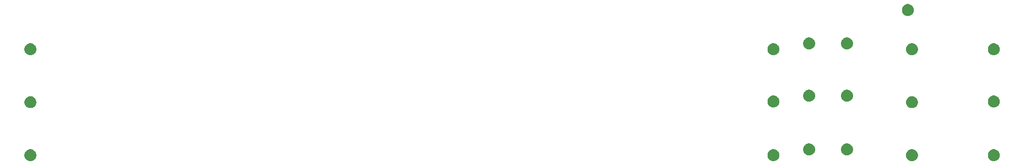
<source format=gbs>
G04 Layer: BottomSolderMaskLayer*
G04 EasyEDA v6.5.34, 2023-08-21 18:11:39*
G04 69f12b32e1f2471e8f8ee6d1f76a66ce,5a6b42c53f6a479593ecc07194224c93,10*
G04 Gerber Generator version 0.2*
G04 Scale: 100 percent, Rotated: No, Reflected: No *
G04 Dimensions in millimeters *
G04 leading zeros omitted , absolute positions ,4 integer and 5 decimal *
%FSLAX45Y45*%
%MOMM*%

%ADD10C,0.0001*%

%LPD*%
G36*
X39428674Y8117941D02*
G01*
X39419479Y8117331D01*
X39410386Y8115909D01*
X39401394Y8113674D01*
X39397025Y8112302D01*
X39388440Y8108899D01*
X39380160Y8104784D01*
X39372336Y8099907D01*
X39364920Y8094421D01*
X39358062Y8088274D01*
X39351762Y8081518D01*
X39346073Y8074253D01*
X39341044Y8066481D01*
X39336726Y8058353D01*
X39333170Y8049869D01*
X39331646Y8045500D01*
X39329258Y8036559D01*
X39327632Y8027517D01*
X39326820Y8018322D01*
X39326820Y8009077D01*
X39327632Y7999882D01*
X39329258Y7990840D01*
X39331646Y7981899D01*
X39334846Y7973263D01*
X39338808Y7964931D01*
X39343482Y7956956D01*
X39348867Y7949438D01*
X39354861Y7942427D01*
X39361414Y7935975D01*
X39368577Y7930134D01*
X39376197Y7924952D01*
X39384274Y7920481D01*
X39392707Y7916722D01*
X39397025Y7915097D01*
X39405864Y7912506D01*
X39414907Y7910677D01*
X39424051Y7909661D01*
X39433296Y7909458D01*
X39442491Y7910068D01*
X39451635Y7911490D01*
X39460576Y7913725D01*
X39469314Y7916722D01*
X39477696Y7920481D01*
X39485773Y7924952D01*
X39493393Y7930134D01*
X39500556Y7935975D01*
X39507109Y7942427D01*
X39513154Y7949438D01*
X39518488Y7956956D01*
X39523162Y7964931D01*
X39527124Y7973263D01*
X39530324Y7981899D01*
X39532712Y7990840D01*
X39534338Y7999882D01*
X39535150Y8009077D01*
X39535150Y8018322D01*
X39534338Y8027517D01*
X39532712Y8036559D01*
X39530324Y8045500D01*
X39527124Y8054136D01*
X39523162Y8062468D01*
X39518488Y8070443D01*
X39513154Y8077962D01*
X39507109Y8084972D01*
X39500556Y8091424D01*
X39493393Y8097266D01*
X39485773Y8102447D01*
X39477696Y8106918D01*
X39469314Y8110677D01*
X39460576Y8113674D01*
X39451635Y8115909D01*
X39442491Y8117331D01*
X39433296Y8117941D01*
G37*
G36*
X37706401Y5679541D02*
G01*
X37697156Y5678932D01*
X37688062Y5677509D01*
X37679122Y5675274D01*
X37674702Y5673902D01*
X37666117Y5670499D01*
X37657887Y5666384D01*
X37650013Y5661507D01*
X37642647Y5656021D01*
X37635789Y5649874D01*
X37629490Y5643118D01*
X37623800Y5635853D01*
X37618771Y5628081D01*
X37614453Y5619953D01*
X37610897Y5611469D01*
X37608052Y5602681D01*
X37606020Y5593638D01*
X37604801Y5584494D01*
X37604395Y5575300D01*
X37604801Y5566105D01*
X37606020Y5556961D01*
X37608052Y5547918D01*
X37610897Y5539130D01*
X37614453Y5530646D01*
X37618771Y5522518D01*
X37623800Y5514746D01*
X37629490Y5507482D01*
X37635789Y5500725D01*
X37642647Y5494578D01*
X37650013Y5489092D01*
X37657887Y5484215D01*
X37666117Y5480100D01*
X37674702Y5476697D01*
X37683541Y5474106D01*
X37692584Y5472277D01*
X37701778Y5471261D01*
X37710973Y5471058D01*
X37720219Y5471668D01*
X37729312Y5473090D01*
X37738253Y5475325D01*
X37742672Y5476697D01*
X37751258Y5480100D01*
X37759487Y5484215D01*
X37767361Y5489092D01*
X37774727Y5494578D01*
X37781585Y5500725D01*
X37787935Y5507482D01*
X37793574Y5514746D01*
X37798603Y5522518D01*
X37802921Y5530646D01*
X37806528Y5539130D01*
X37809322Y5547918D01*
X37811354Y5556961D01*
X37812573Y5566105D01*
X37812980Y5575300D01*
X37812573Y5584494D01*
X37811354Y5593638D01*
X37809322Y5602681D01*
X37806528Y5611469D01*
X37802921Y5619953D01*
X37798603Y5628081D01*
X37793574Y5635853D01*
X37787935Y5643118D01*
X37781585Y5649874D01*
X37774727Y5656021D01*
X37767361Y5661507D01*
X37759487Y5666384D01*
X37751258Y5670499D01*
X37742672Y5673902D01*
X37733833Y5676493D01*
X37724791Y5678322D01*
X37715596Y5679338D01*
G37*
G36*
X37706401Y6619341D02*
G01*
X37697156Y6618731D01*
X37688062Y6617309D01*
X37679122Y6615074D01*
X37674702Y6613702D01*
X37666117Y6610299D01*
X37657887Y6606184D01*
X37650013Y6601307D01*
X37642647Y6595821D01*
X37635789Y6589674D01*
X37629490Y6582918D01*
X37623800Y6575653D01*
X37618771Y6567881D01*
X37614453Y6559753D01*
X37610897Y6551269D01*
X37608052Y6542481D01*
X37606020Y6533438D01*
X37604801Y6524294D01*
X37604395Y6515100D01*
X37604801Y6505905D01*
X37606020Y6496761D01*
X37608052Y6487718D01*
X37610897Y6478930D01*
X37614453Y6470446D01*
X37618771Y6462318D01*
X37623800Y6454546D01*
X37629490Y6447282D01*
X37635789Y6440525D01*
X37642647Y6434378D01*
X37650013Y6428892D01*
X37657887Y6424015D01*
X37666117Y6419900D01*
X37674702Y6416497D01*
X37683541Y6413906D01*
X37692584Y6412077D01*
X37701778Y6411061D01*
X37710973Y6410858D01*
X37720219Y6411468D01*
X37729312Y6412890D01*
X37738253Y6415125D01*
X37742672Y6416497D01*
X37751258Y6419900D01*
X37759487Y6424015D01*
X37767361Y6428892D01*
X37774727Y6434378D01*
X37781585Y6440525D01*
X37787935Y6447282D01*
X37793574Y6454546D01*
X37798603Y6462318D01*
X37802921Y6470446D01*
X37806528Y6478930D01*
X37809322Y6487718D01*
X37811354Y6496761D01*
X37812573Y6505905D01*
X37812980Y6515100D01*
X37812573Y6524294D01*
X37811354Y6533438D01*
X37809322Y6542481D01*
X37806528Y6551269D01*
X37802921Y6559753D01*
X37798603Y6567881D01*
X37793574Y6575653D01*
X37787935Y6582918D01*
X37781585Y6589674D01*
X37774727Y6595821D01*
X37767361Y6601307D01*
X37759487Y6606184D01*
X37751258Y6610299D01*
X37742672Y6613702D01*
X37733833Y6616293D01*
X37724791Y6618122D01*
X37715596Y6619138D01*
G37*
G36*
X37706401Y7533741D02*
G01*
X37697156Y7533131D01*
X37688062Y7531709D01*
X37679122Y7529474D01*
X37674702Y7528102D01*
X37666117Y7524699D01*
X37657887Y7520584D01*
X37650013Y7515707D01*
X37642647Y7510221D01*
X37635789Y7504074D01*
X37629490Y7497318D01*
X37623800Y7490053D01*
X37618771Y7482281D01*
X37614453Y7474153D01*
X37610897Y7465669D01*
X37608052Y7456881D01*
X37606020Y7447838D01*
X37604801Y7438694D01*
X37604395Y7429500D01*
X37604801Y7420305D01*
X37606020Y7411161D01*
X37608052Y7402118D01*
X37610897Y7393330D01*
X37614453Y7384846D01*
X37618771Y7376718D01*
X37623800Y7368946D01*
X37629490Y7361681D01*
X37635789Y7354925D01*
X37642647Y7348778D01*
X37650013Y7343292D01*
X37657887Y7338415D01*
X37666117Y7334300D01*
X37674702Y7330897D01*
X37683541Y7328306D01*
X37692584Y7326477D01*
X37701778Y7325461D01*
X37710973Y7325258D01*
X37720219Y7325868D01*
X37729312Y7327290D01*
X37738253Y7329525D01*
X37742672Y7330897D01*
X37751258Y7334300D01*
X37759487Y7338415D01*
X37767361Y7343292D01*
X37774727Y7348778D01*
X37781585Y7354925D01*
X37787935Y7361681D01*
X37793574Y7368946D01*
X37798603Y7376718D01*
X37802921Y7384846D01*
X37806528Y7393330D01*
X37809322Y7402118D01*
X37811354Y7411161D01*
X37812573Y7420305D01*
X37812980Y7429500D01*
X37812573Y7438694D01*
X37811354Y7447838D01*
X37809322Y7456881D01*
X37806528Y7465669D01*
X37802921Y7474153D01*
X37798603Y7482281D01*
X37793574Y7490053D01*
X37787935Y7497318D01*
X37781585Y7504074D01*
X37774727Y7510221D01*
X37767361Y7515707D01*
X37759487Y7520584D01*
X37751258Y7524699D01*
X37742672Y7528102D01*
X37733833Y7530693D01*
X37724791Y7532522D01*
X37715596Y7533538D01*
G37*
G36*
X38366801Y5679541D02*
G01*
X38357556Y5678932D01*
X38348462Y5677509D01*
X38339522Y5675274D01*
X38335102Y5673902D01*
X38326517Y5670499D01*
X38318287Y5666384D01*
X38310413Y5661507D01*
X38303047Y5656021D01*
X38296189Y5649874D01*
X38289890Y5643118D01*
X38284200Y5635853D01*
X38279171Y5628081D01*
X38274853Y5619953D01*
X38271297Y5611469D01*
X38268452Y5602681D01*
X38266420Y5593638D01*
X38265201Y5584494D01*
X38264795Y5575300D01*
X38265201Y5566105D01*
X38266420Y5556961D01*
X38268452Y5547918D01*
X38271297Y5539130D01*
X38274853Y5530646D01*
X38279171Y5522518D01*
X38284200Y5514746D01*
X38289890Y5507482D01*
X38296189Y5500725D01*
X38303047Y5494578D01*
X38310413Y5489092D01*
X38318287Y5484215D01*
X38326517Y5480100D01*
X38335102Y5476697D01*
X38343941Y5474106D01*
X38352984Y5472277D01*
X38362178Y5471261D01*
X38371373Y5471058D01*
X38380619Y5471668D01*
X38389712Y5473090D01*
X38398653Y5475325D01*
X38403072Y5476697D01*
X38411658Y5480100D01*
X38419887Y5484215D01*
X38427761Y5489092D01*
X38435127Y5494578D01*
X38441985Y5500725D01*
X38448335Y5507482D01*
X38453974Y5514746D01*
X38459003Y5522518D01*
X38463321Y5530646D01*
X38466928Y5539130D01*
X38469722Y5547918D01*
X38471754Y5556961D01*
X38472973Y5566105D01*
X38473380Y5575300D01*
X38472973Y5584494D01*
X38471754Y5593638D01*
X38469722Y5602681D01*
X38466928Y5611469D01*
X38463321Y5619953D01*
X38459003Y5628081D01*
X38453974Y5635853D01*
X38448335Y5643118D01*
X38441985Y5649874D01*
X38435127Y5656021D01*
X38427761Y5661507D01*
X38419887Y5666384D01*
X38411658Y5670499D01*
X38403072Y5673902D01*
X38394233Y5676493D01*
X38385191Y5678322D01*
X38375996Y5679338D01*
G37*
G36*
X38366801Y6619341D02*
G01*
X38357556Y6618731D01*
X38348462Y6617309D01*
X38339522Y6615074D01*
X38335102Y6613702D01*
X38326517Y6610299D01*
X38318287Y6606184D01*
X38310413Y6601307D01*
X38303047Y6595821D01*
X38296189Y6589674D01*
X38289890Y6582918D01*
X38284200Y6575653D01*
X38279171Y6567881D01*
X38274853Y6559753D01*
X38271297Y6551269D01*
X38268452Y6542481D01*
X38266420Y6533438D01*
X38265201Y6524294D01*
X38264795Y6515100D01*
X38265201Y6505905D01*
X38266420Y6496761D01*
X38268452Y6487718D01*
X38271297Y6478930D01*
X38274853Y6470446D01*
X38279171Y6462318D01*
X38284200Y6454546D01*
X38289890Y6447282D01*
X38296189Y6440525D01*
X38303047Y6434378D01*
X38310413Y6428892D01*
X38318287Y6424015D01*
X38326517Y6419900D01*
X38335102Y6416497D01*
X38343941Y6413906D01*
X38352984Y6412077D01*
X38362178Y6411061D01*
X38371373Y6410858D01*
X38380619Y6411468D01*
X38389712Y6412890D01*
X38398653Y6415125D01*
X38403072Y6416497D01*
X38411658Y6419900D01*
X38419887Y6424015D01*
X38427761Y6428892D01*
X38435127Y6434378D01*
X38441985Y6440525D01*
X38448335Y6447282D01*
X38453974Y6454546D01*
X38459003Y6462318D01*
X38463321Y6470446D01*
X38466928Y6478930D01*
X38469722Y6487718D01*
X38471754Y6496761D01*
X38472973Y6505905D01*
X38473380Y6515100D01*
X38472973Y6524294D01*
X38471754Y6533438D01*
X38469722Y6542481D01*
X38466928Y6551269D01*
X38463321Y6559753D01*
X38459003Y6567881D01*
X38453974Y6575653D01*
X38448335Y6582918D01*
X38441985Y6589674D01*
X38435127Y6595821D01*
X38427761Y6601307D01*
X38419887Y6606184D01*
X38411658Y6610299D01*
X38403072Y6613702D01*
X38394233Y6616293D01*
X38385191Y6618122D01*
X38375996Y6619138D01*
G37*
G36*
X38366801Y7533741D02*
G01*
X38357556Y7533131D01*
X38348462Y7531709D01*
X38339522Y7529474D01*
X38335102Y7528102D01*
X38326517Y7524699D01*
X38318287Y7520584D01*
X38310413Y7515707D01*
X38303047Y7510221D01*
X38296189Y7504074D01*
X38289890Y7497318D01*
X38284200Y7490053D01*
X38279171Y7482281D01*
X38274853Y7474153D01*
X38271297Y7465669D01*
X38268452Y7456881D01*
X38266420Y7447838D01*
X38265201Y7438694D01*
X38264795Y7429500D01*
X38265201Y7420305D01*
X38266420Y7411161D01*
X38268452Y7402118D01*
X38271297Y7393330D01*
X38274853Y7384846D01*
X38279171Y7376718D01*
X38284200Y7368946D01*
X38289890Y7361681D01*
X38296189Y7354925D01*
X38303047Y7348778D01*
X38310413Y7343292D01*
X38318287Y7338415D01*
X38326517Y7334300D01*
X38335102Y7330897D01*
X38343941Y7328306D01*
X38352984Y7326477D01*
X38362178Y7325461D01*
X38371373Y7325258D01*
X38380619Y7325868D01*
X38389712Y7327290D01*
X38398653Y7329525D01*
X38403072Y7330897D01*
X38411658Y7334300D01*
X38419887Y7338415D01*
X38427761Y7343292D01*
X38435127Y7348778D01*
X38441985Y7354925D01*
X38448335Y7361681D01*
X38453974Y7368946D01*
X38459003Y7376718D01*
X38463321Y7384846D01*
X38466928Y7393330D01*
X38469722Y7402118D01*
X38471754Y7411161D01*
X38472973Y7420305D01*
X38473380Y7429500D01*
X38472973Y7438694D01*
X38471754Y7447838D01*
X38469722Y7456881D01*
X38466928Y7465669D01*
X38463321Y7474153D01*
X38459003Y7482281D01*
X38453974Y7490053D01*
X38448335Y7497318D01*
X38441985Y7504074D01*
X38435127Y7510221D01*
X38427761Y7515707D01*
X38419887Y7520584D01*
X38411658Y7524699D01*
X38403072Y7528102D01*
X38394233Y7530693D01*
X38385191Y7532522D01*
X38375996Y7533538D01*
G37*
G36*
X24127206Y6505041D02*
G01*
X24117960Y6504431D01*
X24108867Y6503009D01*
X24099926Y6500774D01*
X24095506Y6499402D01*
X24086921Y6495999D01*
X24078692Y6491884D01*
X24070818Y6487007D01*
X24063452Y6481521D01*
X24056594Y6475374D01*
X24050294Y6468618D01*
X24044605Y6461353D01*
X24039576Y6453581D01*
X24035258Y6445453D01*
X24031702Y6436969D01*
X24028857Y6428181D01*
X24026825Y6419138D01*
X24025606Y6409994D01*
X24025199Y6400800D01*
X24025606Y6391605D01*
X24026825Y6382461D01*
X24028857Y6373418D01*
X24031702Y6364630D01*
X24035258Y6356146D01*
X24039576Y6348018D01*
X24044605Y6340246D01*
X24050294Y6332982D01*
X24056594Y6326225D01*
X24063452Y6320078D01*
X24070818Y6314592D01*
X24078692Y6309715D01*
X24086921Y6305600D01*
X24095506Y6302197D01*
X24104346Y6299606D01*
X24113388Y6297777D01*
X24122583Y6296761D01*
X24131778Y6296558D01*
X24141023Y6297168D01*
X24150116Y6298590D01*
X24159057Y6300825D01*
X24163477Y6302197D01*
X24172062Y6305600D01*
X24180292Y6309715D01*
X24188166Y6314592D01*
X24195532Y6320078D01*
X24202390Y6326225D01*
X24208740Y6332982D01*
X24214378Y6340246D01*
X24219408Y6348018D01*
X24223726Y6356146D01*
X24227332Y6364630D01*
X24230126Y6373418D01*
X24232158Y6382461D01*
X24233378Y6391605D01*
X24233784Y6400800D01*
X24233378Y6409994D01*
X24232158Y6419138D01*
X24230126Y6428181D01*
X24227332Y6436969D01*
X24223726Y6445453D01*
X24219408Y6453581D01*
X24214378Y6461353D01*
X24208740Y6468618D01*
X24202390Y6475374D01*
X24195532Y6481521D01*
X24188166Y6487007D01*
X24180292Y6491884D01*
X24172062Y6495999D01*
X24163477Y6499402D01*
X24154638Y6501993D01*
X24145595Y6503822D01*
X24136400Y6504838D01*
G37*
G36*
X24127206Y7432141D02*
G01*
X24117960Y7431531D01*
X24108867Y7430109D01*
X24099926Y7427874D01*
X24095506Y7426502D01*
X24086921Y7423099D01*
X24078692Y7418984D01*
X24070818Y7414107D01*
X24063452Y7408621D01*
X24056594Y7402474D01*
X24050294Y7395718D01*
X24044605Y7388453D01*
X24039576Y7380681D01*
X24035258Y7372553D01*
X24031702Y7364069D01*
X24028857Y7355281D01*
X24026825Y7346238D01*
X24025606Y7337094D01*
X24025199Y7327900D01*
X24025606Y7318705D01*
X24026825Y7309561D01*
X24028857Y7300518D01*
X24031702Y7291730D01*
X24035258Y7283246D01*
X24039576Y7275118D01*
X24044605Y7267346D01*
X24050294Y7260081D01*
X24056594Y7253325D01*
X24063452Y7247178D01*
X24070818Y7241692D01*
X24078692Y7236815D01*
X24086921Y7232700D01*
X24095506Y7229297D01*
X24104346Y7226706D01*
X24113388Y7224877D01*
X24122583Y7223861D01*
X24131778Y7223658D01*
X24141023Y7224268D01*
X24150116Y7225690D01*
X24159057Y7227925D01*
X24163477Y7229297D01*
X24172062Y7232700D01*
X24180292Y7236815D01*
X24188166Y7241692D01*
X24195532Y7247178D01*
X24202390Y7253325D01*
X24208740Y7260081D01*
X24214378Y7267346D01*
X24219408Y7275118D01*
X24223726Y7283246D01*
X24227332Y7291730D01*
X24230126Y7300518D01*
X24232158Y7309561D01*
X24233378Y7318705D01*
X24233784Y7327900D01*
X24233378Y7337094D01*
X24232158Y7346238D01*
X24230126Y7355281D01*
X24227332Y7364069D01*
X24223726Y7372553D01*
X24219408Y7380681D01*
X24214378Y7388453D01*
X24208740Y7395718D01*
X24202390Y7402474D01*
X24195532Y7408621D01*
X24188166Y7414107D01*
X24180292Y7418984D01*
X24172062Y7423099D01*
X24163477Y7426502D01*
X24154638Y7429093D01*
X24145595Y7430922D01*
X24136400Y7431938D01*
G37*
G36*
X24127206Y5577941D02*
G01*
X24117960Y5577332D01*
X24108867Y5575909D01*
X24099926Y5573674D01*
X24095506Y5572302D01*
X24086921Y5568899D01*
X24078692Y5564784D01*
X24070818Y5559907D01*
X24063452Y5554421D01*
X24056594Y5548274D01*
X24050294Y5541518D01*
X24044605Y5534253D01*
X24039576Y5526481D01*
X24035258Y5518353D01*
X24031702Y5509869D01*
X24028857Y5501081D01*
X24026825Y5492038D01*
X24025606Y5482894D01*
X24025199Y5473700D01*
X24025606Y5464505D01*
X24026825Y5455361D01*
X24028857Y5446318D01*
X24031702Y5437530D01*
X24035258Y5429046D01*
X24039576Y5420918D01*
X24044605Y5413146D01*
X24050294Y5405882D01*
X24056594Y5399125D01*
X24063452Y5392978D01*
X24070818Y5387492D01*
X24078692Y5382615D01*
X24086921Y5378500D01*
X24095506Y5375097D01*
X24104346Y5372506D01*
X24113388Y5370677D01*
X24122583Y5369661D01*
X24131778Y5369458D01*
X24141023Y5370068D01*
X24150116Y5371490D01*
X24159057Y5373725D01*
X24163477Y5375097D01*
X24172062Y5378500D01*
X24180292Y5382615D01*
X24188166Y5387492D01*
X24195532Y5392978D01*
X24202390Y5399125D01*
X24208740Y5405882D01*
X24214378Y5413146D01*
X24219408Y5420918D01*
X24223726Y5429046D01*
X24227332Y5437530D01*
X24230126Y5446318D01*
X24232158Y5455361D01*
X24233378Y5464505D01*
X24233784Y5473700D01*
X24233378Y5482894D01*
X24232158Y5492038D01*
X24230126Y5501081D01*
X24227332Y5509869D01*
X24223726Y5518353D01*
X24219408Y5526481D01*
X24214378Y5534253D01*
X24208740Y5541518D01*
X24202390Y5548274D01*
X24195532Y5554421D01*
X24188166Y5559907D01*
X24180292Y5564784D01*
X24172062Y5568899D01*
X24163477Y5572302D01*
X24154638Y5574893D01*
X24145595Y5576722D01*
X24136400Y5577738D01*
G37*
G36*
X39499997Y6505041D02*
G01*
X39490751Y6504431D01*
X39481658Y6503009D01*
X39472717Y6500774D01*
X39468298Y6499402D01*
X39459712Y6495999D01*
X39451483Y6491884D01*
X39443609Y6487007D01*
X39436243Y6481521D01*
X39429385Y6475374D01*
X39423086Y6468618D01*
X39417396Y6461353D01*
X39412367Y6453581D01*
X39408049Y6445453D01*
X39404493Y6436969D01*
X39401648Y6428181D01*
X39399616Y6419138D01*
X39398397Y6409994D01*
X39397990Y6400800D01*
X39398397Y6391605D01*
X39399616Y6382461D01*
X39401648Y6373418D01*
X39404493Y6364630D01*
X39408049Y6356146D01*
X39412367Y6348018D01*
X39417396Y6340246D01*
X39423086Y6332982D01*
X39429385Y6326225D01*
X39436243Y6320078D01*
X39443609Y6314592D01*
X39451483Y6309715D01*
X39459712Y6305600D01*
X39468298Y6302197D01*
X39477137Y6299606D01*
X39486179Y6297777D01*
X39495374Y6296761D01*
X39504569Y6296558D01*
X39513814Y6297168D01*
X39522908Y6298590D01*
X39531848Y6300825D01*
X39536268Y6302197D01*
X39544853Y6305600D01*
X39553083Y6309715D01*
X39560957Y6314592D01*
X39568323Y6320078D01*
X39575181Y6326225D01*
X39581531Y6332982D01*
X39587170Y6340246D01*
X39592199Y6348018D01*
X39596517Y6356146D01*
X39600124Y6364630D01*
X39602918Y6373418D01*
X39604950Y6382461D01*
X39606169Y6391605D01*
X39606575Y6400800D01*
X39606169Y6409994D01*
X39604950Y6419138D01*
X39602918Y6428181D01*
X39600124Y6436969D01*
X39596517Y6445453D01*
X39592199Y6453581D01*
X39587170Y6461353D01*
X39581531Y6468618D01*
X39575181Y6475374D01*
X39568323Y6481521D01*
X39560957Y6487007D01*
X39553083Y6491884D01*
X39544853Y6495999D01*
X39536268Y6499402D01*
X39527429Y6501993D01*
X39518386Y6503822D01*
X39509192Y6504838D01*
G37*
G36*
X39499997Y7432141D02*
G01*
X39490751Y7431531D01*
X39481658Y7430109D01*
X39472717Y7427874D01*
X39468298Y7426502D01*
X39459712Y7423099D01*
X39451483Y7418984D01*
X39443609Y7414107D01*
X39436243Y7408621D01*
X39429385Y7402474D01*
X39423086Y7395718D01*
X39417396Y7388453D01*
X39412367Y7380681D01*
X39408049Y7372553D01*
X39404493Y7364069D01*
X39401648Y7355281D01*
X39399616Y7346238D01*
X39398397Y7337094D01*
X39397990Y7327900D01*
X39398397Y7318705D01*
X39399616Y7309561D01*
X39401648Y7300518D01*
X39404493Y7291730D01*
X39408049Y7283246D01*
X39412367Y7275118D01*
X39417396Y7267346D01*
X39423086Y7260081D01*
X39429385Y7253325D01*
X39436243Y7247178D01*
X39443609Y7241692D01*
X39451483Y7236815D01*
X39459712Y7232700D01*
X39468298Y7229297D01*
X39477137Y7226706D01*
X39486179Y7224877D01*
X39495374Y7223861D01*
X39504569Y7223658D01*
X39513814Y7224268D01*
X39522908Y7225690D01*
X39531848Y7227925D01*
X39536268Y7229297D01*
X39544853Y7232700D01*
X39553083Y7236815D01*
X39560957Y7241692D01*
X39568323Y7247178D01*
X39575181Y7253325D01*
X39581531Y7260081D01*
X39587170Y7267346D01*
X39592199Y7275118D01*
X39596517Y7283246D01*
X39600124Y7291730D01*
X39602918Y7300518D01*
X39604950Y7309561D01*
X39606169Y7318705D01*
X39606575Y7327900D01*
X39606169Y7337094D01*
X39604950Y7346238D01*
X39602918Y7355281D01*
X39600124Y7364069D01*
X39596517Y7372553D01*
X39592199Y7380681D01*
X39587170Y7388453D01*
X39581531Y7395718D01*
X39575181Y7402474D01*
X39568323Y7408621D01*
X39560957Y7414107D01*
X39553083Y7418984D01*
X39544853Y7423099D01*
X39536268Y7426502D01*
X39527429Y7429093D01*
X39518386Y7430922D01*
X39509192Y7431938D01*
G37*
G36*
X39499997Y5577941D02*
G01*
X39490751Y5577332D01*
X39481658Y5575909D01*
X39472717Y5573674D01*
X39468298Y5572302D01*
X39459712Y5568899D01*
X39451483Y5564784D01*
X39443609Y5559907D01*
X39436243Y5554421D01*
X39429385Y5548274D01*
X39423086Y5541518D01*
X39417396Y5534253D01*
X39412367Y5526481D01*
X39408049Y5518353D01*
X39404493Y5509869D01*
X39401648Y5501081D01*
X39399616Y5492038D01*
X39398397Y5482894D01*
X39397990Y5473700D01*
X39398397Y5464505D01*
X39399616Y5455361D01*
X39401648Y5446318D01*
X39404493Y5437530D01*
X39408049Y5429046D01*
X39412367Y5420918D01*
X39417396Y5413146D01*
X39423086Y5405882D01*
X39429385Y5399125D01*
X39436243Y5392978D01*
X39443609Y5387492D01*
X39451483Y5382615D01*
X39459712Y5378500D01*
X39468298Y5375097D01*
X39477137Y5372506D01*
X39486179Y5370677D01*
X39495374Y5369661D01*
X39504569Y5369458D01*
X39513814Y5370068D01*
X39522908Y5371490D01*
X39531848Y5373725D01*
X39536268Y5375097D01*
X39544853Y5378500D01*
X39553083Y5382615D01*
X39560957Y5387492D01*
X39568323Y5392978D01*
X39575181Y5399125D01*
X39581531Y5405882D01*
X39587170Y5413146D01*
X39592199Y5420918D01*
X39596517Y5429046D01*
X39600124Y5437530D01*
X39602918Y5446318D01*
X39604950Y5455361D01*
X39606169Y5464505D01*
X39606575Y5473700D01*
X39606169Y5482894D01*
X39604950Y5492038D01*
X39602918Y5501081D01*
X39600124Y5509869D01*
X39596517Y5518353D01*
X39592199Y5526481D01*
X39587170Y5534253D01*
X39581531Y5541518D01*
X39575181Y5548274D01*
X39568323Y5554421D01*
X39560957Y5559907D01*
X39553083Y5564784D01*
X39544853Y5568899D01*
X39536268Y5572302D01*
X39527429Y5574893D01*
X39518386Y5576722D01*
X39509192Y5577738D01*
G37*
G36*
X40927274Y6517741D02*
G01*
X40918079Y6517131D01*
X40908986Y6515709D01*
X40899994Y6513474D01*
X40895625Y6512102D01*
X40887040Y6508699D01*
X40878760Y6504584D01*
X40870936Y6499707D01*
X40863520Y6494221D01*
X40856662Y6488074D01*
X40850362Y6481318D01*
X40844673Y6474053D01*
X40839644Y6466281D01*
X40835326Y6458153D01*
X40831770Y6449669D01*
X40830246Y6445300D01*
X40827858Y6436360D01*
X40826232Y6427317D01*
X40825420Y6418122D01*
X40825420Y6408877D01*
X40826232Y6399682D01*
X40827858Y6390640D01*
X40830246Y6381699D01*
X40833446Y6373063D01*
X40837408Y6364732D01*
X40842082Y6356756D01*
X40847467Y6349238D01*
X40853461Y6342227D01*
X40860014Y6335776D01*
X40867177Y6329934D01*
X40874797Y6324752D01*
X40882874Y6320282D01*
X40891307Y6316522D01*
X40895625Y6314897D01*
X40904464Y6312306D01*
X40913507Y6310477D01*
X40922651Y6309461D01*
X40931896Y6309258D01*
X40941091Y6309868D01*
X40950235Y6311290D01*
X40959176Y6313525D01*
X40967914Y6316522D01*
X40976296Y6320282D01*
X40984373Y6324752D01*
X40991993Y6329934D01*
X40999156Y6335776D01*
X41005709Y6342227D01*
X41011754Y6349238D01*
X41017088Y6356756D01*
X41021762Y6364732D01*
X41025724Y6373063D01*
X41028924Y6381699D01*
X41031312Y6390640D01*
X41032938Y6399682D01*
X41033750Y6408877D01*
X41033750Y6418122D01*
X41032938Y6427317D01*
X41031312Y6436360D01*
X41028924Y6445300D01*
X41025724Y6453936D01*
X41021762Y6462268D01*
X41017088Y6470243D01*
X41011754Y6477762D01*
X41005709Y6484772D01*
X40999156Y6491224D01*
X40991993Y6497066D01*
X40984373Y6502247D01*
X40976296Y6506718D01*
X40967914Y6510477D01*
X40959176Y6513474D01*
X40950235Y6515709D01*
X40941091Y6517131D01*
X40931896Y6517741D01*
G37*
G36*
X40927274Y7432141D02*
G01*
X40918079Y7431531D01*
X40908986Y7430109D01*
X40899994Y7427874D01*
X40895625Y7426502D01*
X40887040Y7423099D01*
X40878760Y7418984D01*
X40870936Y7414107D01*
X40863520Y7408621D01*
X40856662Y7402474D01*
X40850362Y7395718D01*
X40844673Y7388453D01*
X40839644Y7380681D01*
X40835326Y7372553D01*
X40831770Y7364069D01*
X40830246Y7359700D01*
X40827858Y7350759D01*
X40826232Y7341717D01*
X40825420Y7332522D01*
X40825420Y7323277D01*
X40826232Y7314082D01*
X40827858Y7305040D01*
X40830246Y7296099D01*
X40833446Y7287463D01*
X40837408Y7279131D01*
X40842082Y7271156D01*
X40847467Y7263638D01*
X40853461Y7256627D01*
X40860014Y7250175D01*
X40867177Y7244334D01*
X40874797Y7239152D01*
X40882874Y7234681D01*
X40891307Y7230922D01*
X40895625Y7229297D01*
X40904464Y7226706D01*
X40913507Y7224877D01*
X40922651Y7223861D01*
X40931896Y7223658D01*
X40941091Y7224268D01*
X40950235Y7225690D01*
X40959176Y7227925D01*
X40967914Y7230922D01*
X40976296Y7234681D01*
X40984373Y7239152D01*
X40991993Y7244334D01*
X40999156Y7250175D01*
X41005709Y7256627D01*
X41011754Y7263638D01*
X41017088Y7271156D01*
X41021762Y7279131D01*
X41025724Y7287463D01*
X41028924Y7296099D01*
X41031312Y7305040D01*
X41032938Y7314082D01*
X41033750Y7323277D01*
X41033750Y7332522D01*
X41032938Y7341717D01*
X41031312Y7350759D01*
X41028924Y7359700D01*
X41025724Y7368336D01*
X41021762Y7376668D01*
X41017088Y7384643D01*
X41011754Y7392162D01*
X41005709Y7399172D01*
X40999156Y7405624D01*
X40991993Y7411466D01*
X40984373Y7416647D01*
X40976296Y7421118D01*
X40967914Y7424877D01*
X40959176Y7427874D01*
X40950235Y7430109D01*
X40941091Y7431531D01*
X40931896Y7432141D01*
G37*
G36*
X40927274Y5577941D02*
G01*
X40918079Y5577332D01*
X40908986Y5575909D01*
X40899994Y5573674D01*
X40895625Y5572302D01*
X40887040Y5568899D01*
X40878760Y5564784D01*
X40870936Y5559907D01*
X40863520Y5554421D01*
X40856662Y5548274D01*
X40850362Y5541518D01*
X40844673Y5534253D01*
X40839644Y5526481D01*
X40835326Y5518353D01*
X40831770Y5509869D01*
X40830246Y5505500D01*
X40827858Y5496560D01*
X40826232Y5487517D01*
X40825420Y5478322D01*
X40825420Y5469077D01*
X40826232Y5459882D01*
X40827858Y5450840D01*
X40830246Y5441899D01*
X40833446Y5433263D01*
X40837408Y5424932D01*
X40842082Y5416956D01*
X40847467Y5409438D01*
X40853461Y5402427D01*
X40860014Y5395976D01*
X40867177Y5390134D01*
X40874797Y5384952D01*
X40882874Y5380482D01*
X40891307Y5376722D01*
X40895625Y5375097D01*
X40904464Y5372506D01*
X40913507Y5370677D01*
X40922651Y5369661D01*
X40931896Y5369458D01*
X40941091Y5370068D01*
X40950235Y5371490D01*
X40959176Y5373725D01*
X40967914Y5376722D01*
X40976296Y5380482D01*
X40984373Y5384952D01*
X40991993Y5390134D01*
X40999156Y5395976D01*
X41005709Y5402427D01*
X41011754Y5409438D01*
X41017088Y5416956D01*
X41021762Y5424932D01*
X41025724Y5433263D01*
X41028924Y5441899D01*
X41031312Y5450840D01*
X41032938Y5459882D01*
X41033750Y5469077D01*
X41033750Y5478322D01*
X41032938Y5487517D01*
X41031312Y5496560D01*
X41028924Y5505500D01*
X41025724Y5514136D01*
X41021762Y5522468D01*
X41017088Y5530443D01*
X41011754Y5537962D01*
X41005709Y5544972D01*
X40999156Y5551424D01*
X40991993Y5557266D01*
X40984373Y5562447D01*
X40976296Y5566918D01*
X40967914Y5570677D01*
X40959176Y5573674D01*
X40950235Y5575909D01*
X40941091Y5577332D01*
X40931896Y5577941D01*
G37*
G36*
X37084101Y5577941D02*
G01*
X37074856Y5577332D01*
X37065762Y5575909D01*
X37056822Y5573674D01*
X37052402Y5572302D01*
X37043817Y5568899D01*
X37035587Y5564784D01*
X37027713Y5559907D01*
X37020347Y5554421D01*
X37013489Y5548274D01*
X37007190Y5541518D01*
X37001500Y5534253D01*
X36996471Y5526481D01*
X36992153Y5518353D01*
X36988597Y5509869D01*
X36985752Y5501081D01*
X36983720Y5492038D01*
X36982501Y5482894D01*
X36982095Y5473700D01*
X36982501Y5464505D01*
X36983720Y5455361D01*
X36985752Y5446318D01*
X36988597Y5437530D01*
X36992153Y5429046D01*
X36996471Y5420918D01*
X37001500Y5413146D01*
X37007190Y5405882D01*
X37013489Y5399125D01*
X37020347Y5392978D01*
X37027713Y5387492D01*
X37035587Y5382615D01*
X37043817Y5378500D01*
X37052402Y5375097D01*
X37061241Y5372506D01*
X37070284Y5370677D01*
X37079478Y5369661D01*
X37088673Y5369458D01*
X37097919Y5370068D01*
X37107012Y5371490D01*
X37115953Y5373725D01*
X37120372Y5375097D01*
X37128958Y5378500D01*
X37137187Y5382615D01*
X37145061Y5387492D01*
X37152427Y5392978D01*
X37159285Y5399125D01*
X37165635Y5405882D01*
X37171274Y5413146D01*
X37176303Y5420918D01*
X37180621Y5429046D01*
X37184228Y5437530D01*
X37187022Y5446318D01*
X37189054Y5455361D01*
X37190273Y5464505D01*
X37190680Y5473700D01*
X37190273Y5482894D01*
X37189054Y5492038D01*
X37187022Y5501081D01*
X37184228Y5509869D01*
X37180621Y5518353D01*
X37176303Y5526481D01*
X37171274Y5534253D01*
X37165635Y5541518D01*
X37159285Y5548274D01*
X37152427Y5554421D01*
X37145061Y5559907D01*
X37137187Y5564784D01*
X37128958Y5568899D01*
X37120372Y5572302D01*
X37111533Y5574893D01*
X37102491Y5576722D01*
X37093296Y5577738D01*
G37*
G36*
X37084101Y7432141D02*
G01*
X37074856Y7431531D01*
X37065762Y7430109D01*
X37056822Y7427874D01*
X37052402Y7426502D01*
X37043817Y7423099D01*
X37035587Y7418984D01*
X37027713Y7414107D01*
X37020347Y7408621D01*
X37013489Y7402474D01*
X37007190Y7395718D01*
X37001500Y7388453D01*
X36996471Y7380681D01*
X36992153Y7372553D01*
X36988597Y7364069D01*
X36985752Y7355281D01*
X36983720Y7346238D01*
X36982501Y7337094D01*
X36982095Y7327900D01*
X36982501Y7318705D01*
X36983720Y7309561D01*
X36985752Y7300518D01*
X36988597Y7291730D01*
X36992153Y7283246D01*
X36996471Y7275118D01*
X37001500Y7267346D01*
X37007190Y7260081D01*
X37013489Y7253325D01*
X37020347Y7247178D01*
X37027713Y7241692D01*
X37035587Y7236815D01*
X37043817Y7232700D01*
X37052402Y7229297D01*
X37061241Y7226706D01*
X37070284Y7224877D01*
X37079478Y7223861D01*
X37088673Y7223658D01*
X37097919Y7224268D01*
X37107012Y7225690D01*
X37115953Y7227925D01*
X37120372Y7229297D01*
X37128958Y7232700D01*
X37137187Y7236815D01*
X37145061Y7241692D01*
X37152427Y7247178D01*
X37159285Y7253325D01*
X37165635Y7260081D01*
X37171274Y7267346D01*
X37176303Y7275118D01*
X37180621Y7283246D01*
X37184228Y7291730D01*
X37187022Y7300518D01*
X37189054Y7309561D01*
X37190273Y7318705D01*
X37190680Y7327900D01*
X37190273Y7337094D01*
X37189054Y7346238D01*
X37187022Y7355281D01*
X37184228Y7364069D01*
X37180621Y7372553D01*
X37176303Y7380681D01*
X37171274Y7388453D01*
X37165635Y7395718D01*
X37159285Y7402474D01*
X37152427Y7408621D01*
X37145061Y7414107D01*
X37137187Y7418984D01*
X37128958Y7423099D01*
X37120372Y7426502D01*
X37111533Y7429093D01*
X37102491Y7430922D01*
X37093296Y7431938D01*
G37*
G36*
X37084101Y6517741D02*
G01*
X37074856Y6517131D01*
X37065762Y6515709D01*
X37056822Y6513474D01*
X37052402Y6512102D01*
X37043817Y6508699D01*
X37035587Y6504584D01*
X37027713Y6499707D01*
X37020347Y6494221D01*
X37013489Y6488074D01*
X37007190Y6481318D01*
X37001500Y6474053D01*
X36996471Y6466281D01*
X36992153Y6458153D01*
X36988597Y6449669D01*
X36985752Y6440881D01*
X36983720Y6431838D01*
X36982501Y6422694D01*
X36982095Y6413500D01*
X36982501Y6404305D01*
X36983720Y6395161D01*
X36985752Y6386118D01*
X36988597Y6377330D01*
X36992153Y6368846D01*
X36996471Y6360718D01*
X37001500Y6352946D01*
X37007190Y6345682D01*
X37013489Y6338925D01*
X37020347Y6332778D01*
X37027713Y6327292D01*
X37035587Y6322415D01*
X37043817Y6318300D01*
X37052402Y6314897D01*
X37061241Y6312306D01*
X37070284Y6310477D01*
X37079478Y6309461D01*
X37088673Y6309258D01*
X37097919Y6309868D01*
X37107012Y6311290D01*
X37115953Y6313525D01*
X37120372Y6314897D01*
X37128958Y6318300D01*
X37137187Y6322415D01*
X37145061Y6327292D01*
X37152427Y6332778D01*
X37159285Y6338925D01*
X37165635Y6345682D01*
X37171274Y6352946D01*
X37176303Y6360718D01*
X37180621Y6368846D01*
X37184228Y6377330D01*
X37187022Y6386118D01*
X37189054Y6395161D01*
X37190273Y6404305D01*
X37190680Y6413500D01*
X37190273Y6422694D01*
X37189054Y6431838D01*
X37187022Y6440881D01*
X37184228Y6449669D01*
X37180621Y6458153D01*
X37176303Y6466281D01*
X37171274Y6474053D01*
X37165635Y6481318D01*
X37159285Y6488074D01*
X37152427Y6494221D01*
X37145061Y6499707D01*
X37137187Y6504584D01*
X37128958Y6508699D01*
X37120372Y6512102D01*
X37111533Y6514693D01*
X37102491Y6516522D01*
X37093296Y6517538D01*
G37*
M02*

</source>
